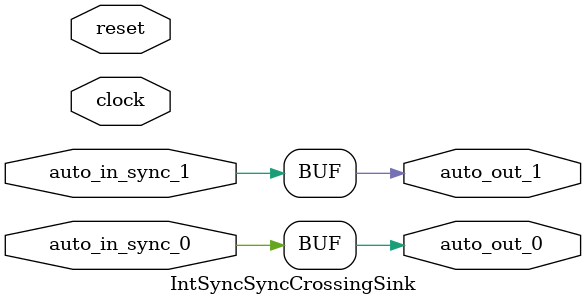
<source format=v>
module IntSyncSyncCrossingSink(
  input   clock,
  input   reset,
  input   auto_in_sync_0,
  input   auto_in_sync_1,
  output  auto_out_0,
  output  auto_out_1
);
  assign auto_out_0 = auto_in_sync_0; // @[Nodes.scala 1210:84 LazyModule.scala 309:16]
  assign auto_out_1 = auto_in_sync_1; // @[Nodes.scala 1210:84 LazyModule.scala 309:16]
endmodule

</source>
